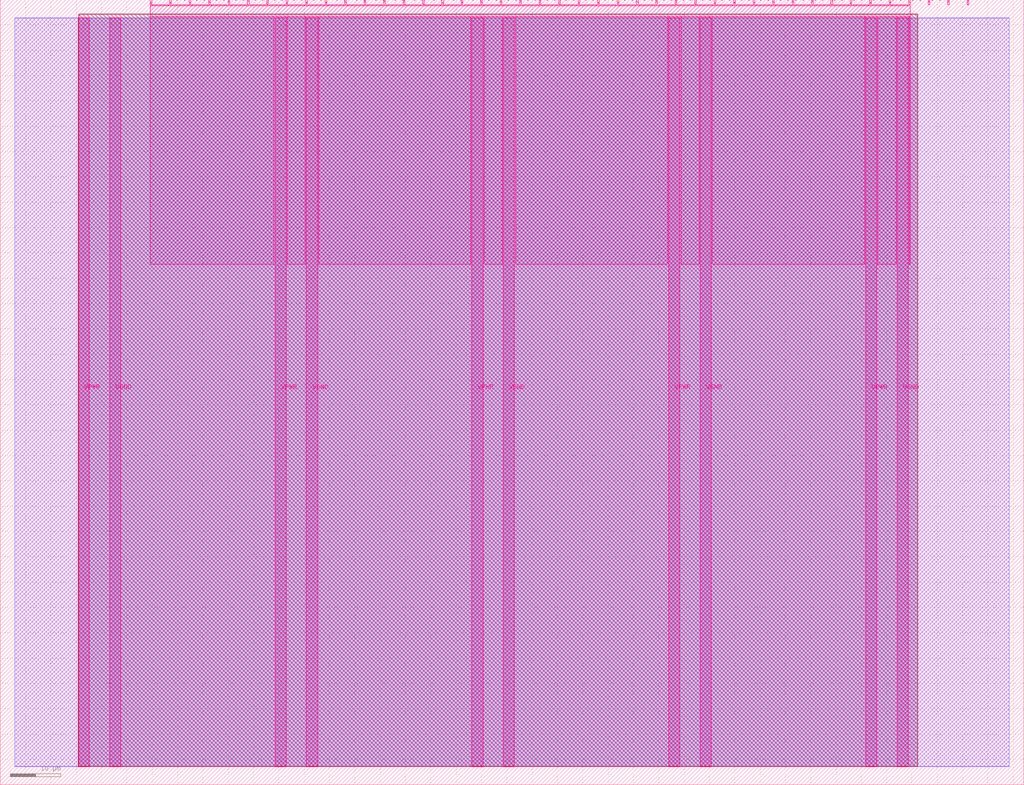
<source format=lef>
VERSION 5.7 ;
  NOWIREEXTENSIONATPIN ON ;
  DIVIDERCHAR "/" ;
  BUSBITCHARS "[]" ;
MACRO tt_um_shifter
  CLASS BLOCK ;
  FOREIGN tt_um_shifter ;
  ORIGIN 0.000 0.000 ;
  SIZE 202.080 BY 154.980 ;
  PIN VGND
    DIRECTION INOUT ;
    USE GROUND ;
    PORT
      LAYER Metal5 ;
        RECT 21.580 3.560 23.780 151.420 ;
    END
    PORT
      LAYER Metal5 ;
        RECT 60.450 3.560 62.650 151.420 ;
    END
    PORT
      LAYER Metal5 ;
        RECT 99.320 3.560 101.520 151.420 ;
    END
    PORT
      LAYER Metal5 ;
        RECT 138.190 3.560 140.390 151.420 ;
    END
    PORT
      LAYER Metal5 ;
        RECT 177.060 3.560 179.260 151.420 ;
    END
  END VGND
  PIN VPWR
    DIRECTION INOUT ;
    USE POWER ;
    PORT
      LAYER Metal5 ;
        RECT 15.380 3.560 17.580 151.420 ;
    END
    PORT
      LAYER Metal5 ;
        RECT 54.250 3.560 56.450 151.420 ;
    END
    PORT
      LAYER Metal5 ;
        RECT 93.120 3.560 95.320 151.420 ;
    END
    PORT
      LAYER Metal5 ;
        RECT 131.990 3.560 134.190 151.420 ;
    END
    PORT
      LAYER Metal5 ;
        RECT 170.860 3.560 173.060 151.420 ;
    END
  END VPWR
  PIN clk
    DIRECTION INPUT ;
    USE SIGNAL ;
    PORT
      LAYER Metal5 ;
        RECT 187.050 153.980 187.350 154.980 ;
    END
  END clk
  PIN ena
    DIRECTION INPUT ;
    USE SIGNAL ;
    PORT
      LAYER Metal5 ;
        RECT 190.890 153.980 191.190 154.980 ;
    END
  END ena
  PIN rst_n
    DIRECTION INPUT ;
    USE SIGNAL ;
    PORT
      LAYER Metal5 ;
        RECT 183.210 153.980 183.510 154.980 ;
    END
  END rst_n
  PIN ui_in[0]
    DIRECTION INPUT ;
    USE SIGNAL ;
    ANTENNAGATEAREA 0.180700 ;
    PORT
      LAYER Metal5 ;
        RECT 179.370 153.980 179.670 154.980 ;
    END
  END ui_in[0]
  PIN ui_in[1]
    DIRECTION INPUT ;
    USE SIGNAL ;
    ANTENNAGATEAREA 0.180700 ;
    PORT
      LAYER Metal5 ;
        RECT 175.530 153.980 175.830 154.980 ;
    END
  END ui_in[1]
  PIN ui_in[2]
    DIRECTION INPUT ;
    USE SIGNAL ;
    ANTENNAGATEAREA 0.180700 ;
    PORT
      LAYER Metal5 ;
        RECT 171.690 153.980 171.990 154.980 ;
    END
  END ui_in[2]
  PIN ui_in[3]
    DIRECTION INPUT ;
    USE SIGNAL ;
    ANTENNAGATEAREA 0.180700 ;
    PORT
      LAYER Metal5 ;
        RECT 167.850 153.980 168.150 154.980 ;
    END
  END ui_in[3]
  PIN ui_in[4]
    DIRECTION INPUT ;
    USE SIGNAL ;
    ANTENNAGATEAREA 0.180700 ;
    PORT
      LAYER Metal5 ;
        RECT 164.010 153.980 164.310 154.980 ;
    END
  END ui_in[4]
  PIN ui_in[5]
    DIRECTION INPUT ;
    USE SIGNAL ;
    ANTENNAGATEAREA 0.180700 ;
    PORT
      LAYER Metal5 ;
        RECT 160.170 153.980 160.470 154.980 ;
    END
  END ui_in[5]
  PIN ui_in[6]
    DIRECTION INPUT ;
    USE SIGNAL ;
    ANTENNAGATEAREA 0.180700 ;
    PORT
      LAYER Metal5 ;
        RECT 156.330 153.980 156.630 154.980 ;
    END
  END ui_in[6]
  PIN ui_in[7]
    DIRECTION INPUT ;
    USE SIGNAL ;
    ANTENNAGATEAREA 0.180700 ;
    PORT
      LAYER Metal5 ;
        RECT 152.490 153.980 152.790 154.980 ;
    END
  END ui_in[7]
  PIN uio_in[0]
    DIRECTION INPUT ;
    USE SIGNAL ;
    ANTENNAGATEAREA 0.314600 ;
    PORT
      LAYER Metal5 ;
        RECT 148.650 153.980 148.950 154.980 ;
    END
  END uio_in[0]
  PIN uio_in[1]
    DIRECTION INPUT ;
    USE SIGNAL ;
    ANTENNAGATEAREA 0.213200 ;
    PORT
      LAYER Metal5 ;
        RECT 144.810 153.980 145.110 154.980 ;
    END
  END uio_in[1]
  PIN uio_in[2]
    DIRECTION INPUT ;
    USE SIGNAL ;
    ANTENNAGATEAREA 0.213200 ;
    PORT
      LAYER Metal5 ;
        RECT 140.970 153.980 141.270 154.980 ;
    END
  END uio_in[2]
  PIN uio_in[3]
    DIRECTION INPUT ;
    USE SIGNAL ;
    ANTENNAGATEAREA 0.213200 ;
    PORT
      LAYER Metal5 ;
        RECT 137.130 153.980 137.430 154.980 ;
    END
  END uio_in[3]
  PIN uio_in[4]
    DIRECTION INPUT ;
    USE SIGNAL ;
    ANTENNAGATEAREA 0.180700 ;
    PORT
      LAYER Metal5 ;
        RECT 133.290 153.980 133.590 154.980 ;
    END
  END uio_in[4]
  PIN uio_in[5]
    DIRECTION INPUT ;
    USE SIGNAL ;
    ANTENNAGATEAREA 0.180700 ;
    PORT
      LAYER Metal5 ;
        RECT 129.450 153.980 129.750 154.980 ;
    END
  END uio_in[5]
  PIN uio_in[6]
    DIRECTION INPUT ;
    USE SIGNAL ;
    ANTENNAGATEAREA 0.180700 ;
    PORT
      LAYER Metal5 ;
        RECT 125.610 153.980 125.910 154.980 ;
    END
  END uio_in[6]
  PIN uio_in[7]
    DIRECTION INPUT ;
    USE SIGNAL ;
    ANTENNAGATEAREA 0.180700 ;
    PORT
      LAYER Metal5 ;
        RECT 121.770 153.980 122.070 154.980 ;
    END
  END uio_in[7]
  PIN uio_oe[0]
    DIRECTION OUTPUT ;
    USE SIGNAL ;
    ANTENNADIFFAREA 0.299200 ;
    PORT
      LAYER Metal5 ;
        RECT 56.490 153.980 56.790 154.980 ;
    END
  END uio_oe[0]
  PIN uio_oe[1]
    DIRECTION OUTPUT ;
    USE SIGNAL ;
    ANTENNADIFFAREA 0.299200 ;
    PORT
      LAYER Metal5 ;
        RECT 52.650 153.980 52.950 154.980 ;
    END
  END uio_oe[1]
  PIN uio_oe[2]
    DIRECTION OUTPUT ;
    USE SIGNAL ;
    ANTENNADIFFAREA 0.299200 ;
    PORT
      LAYER Metal5 ;
        RECT 48.810 153.980 49.110 154.980 ;
    END
  END uio_oe[2]
  PIN uio_oe[3]
    DIRECTION OUTPUT ;
    USE SIGNAL ;
    ANTENNADIFFAREA 0.299200 ;
    PORT
      LAYER Metal5 ;
        RECT 44.970 153.980 45.270 154.980 ;
    END
  END uio_oe[3]
  PIN uio_oe[4]
    DIRECTION OUTPUT ;
    USE SIGNAL ;
    ANTENNADIFFAREA 0.299200 ;
    PORT
      LAYER Metal5 ;
        RECT 41.130 153.980 41.430 154.980 ;
    END
  END uio_oe[4]
  PIN uio_oe[5]
    DIRECTION OUTPUT ;
    USE SIGNAL ;
    ANTENNADIFFAREA 0.299200 ;
    PORT
      LAYER Metal5 ;
        RECT 37.290 153.980 37.590 154.980 ;
    END
  END uio_oe[5]
  PIN uio_oe[6]
    DIRECTION OUTPUT ;
    USE SIGNAL ;
    ANTENNADIFFAREA 0.299200 ;
    PORT
      LAYER Metal5 ;
        RECT 33.450 153.980 33.750 154.980 ;
    END
  END uio_oe[6]
  PIN uio_oe[7]
    DIRECTION OUTPUT ;
    USE SIGNAL ;
    ANTENNADIFFAREA 0.299200 ;
    PORT
      LAYER Metal5 ;
        RECT 29.610 153.980 29.910 154.980 ;
    END
  END uio_oe[7]
  PIN uio_out[0]
    DIRECTION OUTPUT ;
    USE SIGNAL ;
    ANTENNADIFFAREA 0.299200 ;
    PORT
      LAYER Metal5 ;
        RECT 87.210 153.980 87.510 154.980 ;
    END
  END uio_out[0]
  PIN uio_out[1]
    DIRECTION OUTPUT ;
    USE SIGNAL ;
    ANTENNADIFFAREA 0.299200 ;
    PORT
      LAYER Metal5 ;
        RECT 83.370 153.980 83.670 154.980 ;
    END
  END uio_out[1]
  PIN uio_out[2]
    DIRECTION OUTPUT ;
    USE SIGNAL ;
    ANTENNADIFFAREA 0.299200 ;
    PORT
      LAYER Metal5 ;
        RECT 79.530 153.980 79.830 154.980 ;
    END
  END uio_out[2]
  PIN uio_out[3]
    DIRECTION OUTPUT ;
    USE SIGNAL ;
    ANTENNADIFFAREA 0.299200 ;
    PORT
      LAYER Metal5 ;
        RECT 75.690 153.980 75.990 154.980 ;
    END
  END uio_out[3]
  PIN uio_out[4]
    DIRECTION OUTPUT ;
    USE SIGNAL ;
    ANTENNADIFFAREA 0.299200 ;
    PORT
      LAYER Metal5 ;
        RECT 71.850 153.980 72.150 154.980 ;
    END
  END uio_out[4]
  PIN uio_out[5]
    DIRECTION OUTPUT ;
    USE SIGNAL ;
    ANTENNADIFFAREA 0.299200 ;
    PORT
      LAYER Metal5 ;
        RECT 68.010 153.980 68.310 154.980 ;
    END
  END uio_out[5]
  PIN uio_out[6]
    DIRECTION OUTPUT ;
    USE SIGNAL ;
    ANTENNADIFFAREA 0.299200 ;
    PORT
      LAYER Metal5 ;
        RECT 64.170 153.980 64.470 154.980 ;
    END
  END uio_out[6]
  PIN uio_out[7]
    DIRECTION OUTPUT ;
    USE SIGNAL ;
    ANTENNADIFFAREA 0.299200 ;
    PORT
      LAYER Metal5 ;
        RECT 60.330 153.980 60.630 154.980 ;
    END
  END uio_out[7]
  PIN uo_out[0]
    DIRECTION OUTPUT ;
    USE SIGNAL ;
    ANTENNADIFFAREA 0.615900 ;
    PORT
      LAYER Metal5 ;
        RECT 117.930 153.980 118.230 154.980 ;
    END
  END uo_out[0]
  PIN uo_out[1]
    DIRECTION OUTPUT ;
    USE SIGNAL ;
    ANTENNADIFFAREA 0.615900 ;
    PORT
      LAYER Metal5 ;
        RECT 114.090 153.980 114.390 154.980 ;
    END
  END uo_out[1]
  PIN uo_out[2]
    DIRECTION OUTPUT ;
    USE SIGNAL ;
    ANTENNADIFFAREA 1.135600 ;
    PORT
      LAYER Metal5 ;
        RECT 110.250 153.980 110.550 154.980 ;
    END
  END uo_out[2]
  PIN uo_out[3]
    DIRECTION OUTPUT ;
    USE SIGNAL ;
    ANTENNADIFFAREA 1.135600 ;
    PORT
      LAYER Metal5 ;
        RECT 106.410 153.980 106.710 154.980 ;
    END
  END uo_out[3]
  PIN uo_out[4]
    DIRECTION OUTPUT ;
    USE SIGNAL ;
    ANTENNADIFFAREA 0.988000 ;
    PORT
      LAYER Metal5 ;
        RECT 102.570 153.980 102.870 154.980 ;
    END
  END uo_out[4]
  PIN uo_out[5]
    DIRECTION OUTPUT ;
    USE SIGNAL ;
    ANTENNADIFFAREA 0.988000 ;
    PORT
      LAYER Metal5 ;
        RECT 98.730 153.980 99.030 154.980 ;
    END
  END uo_out[5]
  PIN uo_out[6]
    DIRECTION OUTPUT ;
    USE SIGNAL ;
    ANTENNADIFFAREA 0.988000 ;
    PORT
      LAYER Metal5 ;
        RECT 94.890 153.980 95.190 154.980 ;
    END
  END uo_out[6]
  PIN uo_out[7]
    DIRECTION OUTPUT ;
    USE SIGNAL ;
    ANTENNADIFFAREA 0.988000 ;
    PORT
      LAYER Metal5 ;
        RECT 91.050 153.980 91.350 154.980 ;
    END
  END uo_out[7]
  OBS
      LAYER GatPoly ;
        RECT 2.880 3.630 199.200 151.350 ;
      LAYER Metal1 ;
        RECT 2.880 3.560 199.200 151.420 ;
      LAYER Metal2 ;
        RECT 15.515 3.680 181.105 151.300 ;
      LAYER Metal3 ;
        RECT 15.560 3.635 181.060 152.185 ;
      LAYER Metal4 ;
        RECT 15.515 3.680 181.105 152.140 ;
      LAYER Metal5 ;
        RECT 30.120 153.770 33.240 153.980 ;
        RECT 33.960 153.770 37.080 153.980 ;
        RECT 37.800 153.770 40.920 153.980 ;
        RECT 41.640 153.770 44.760 153.980 ;
        RECT 45.480 153.770 48.600 153.980 ;
        RECT 49.320 153.770 52.440 153.980 ;
        RECT 53.160 153.770 56.280 153.980 ;
        RECT 57.000 153.770 60.120 153.980 ;
        RECT 60.840 153.770 63.960 153.980 ;
        RECT 64.680 153.770 67.800 153.980 ;
        RECT 68.520 153.770 71.640 153.980 ;
        RECT 72.360 153.770 75.480 153.980 ;
        RECT 76.200 153.770 79.320 153.980 ;
        RECT 80.040 153.770 83.160 153.980 ;
        RECT 83.880 153.770 87.000 153.980 ;
        RECT 87.720 153.770 90.840 153.980 ;
        RECT 91.560 153.770 94.680 153.980 ;
        RECT 95.400 153.770 98.520 153.980 ;
        RECT 99.240 153.770 102.360 153.980 ;
        RECT 103.080 153.770 106.200 153.980 ;
        RECT 106.920 153.770 110.040 153.980 ;
        RECT 110.760 153.770 113.880 153.980 ;
        RECT 114.600 153.770 117.720 153.980 ;
        RECT 118.440 153.770 121.560 153.980 ;
        RECT 122.280 153.770 125.400 153.980 ;
        RECT 126.120 153.770 129.240 153.980 ;
        RECT 129.960 153.770 133.080 153.980 ;
        RECT 133.800 153.770 136.920 153.980 ;
        RECT 137.640 153.770 140.760 153.980 ;
        RECT 141.480 153.770 144.600 153.980 ;
        RECT 145.320 153.770 148.440 153.980 ;
        RECT 149.160 153.770 152.280 153.980 ;
        RECT 153.000 153.770 156.120 153.980 ;
        RECT 156.840 153.770 159.960 153.980 ;
        RECT 160.680 153.770 163.800 153.980 ;
        RECT 164.520 153.770 167.640 153.980 ;
        RECT 168.360 153.770 171.480 153.980 ;
        RECT 172.200 153.770 175.320 153.980 ;
        RECT 176.040 153.770 179.160 153.980 ;
        RECT 29.660 151.630 179.620 153.770 ;
        RECT 29.660 102.755 54.040 151.630 ;
        RECT 56.660 102.755 60.240 151.630 ;
        RECT 62.860 102.755 92.910 151.630 ;
        RECT 95.530 102.755 99.110 151.630 ;
        RECT 101.730 102.755 131.780 151.630 ;
        RECT 134.400 102.755 137.980 151.630 ;
        RECT 140.600 102.755 170.650 151.630 ;
        RECT 173.270 102.755 176.850 151.630 ;
        RECT 179.470 102.755 179.620 151.630 ;
  END
END tt_um_shifter
END LIBRARY


</source>
